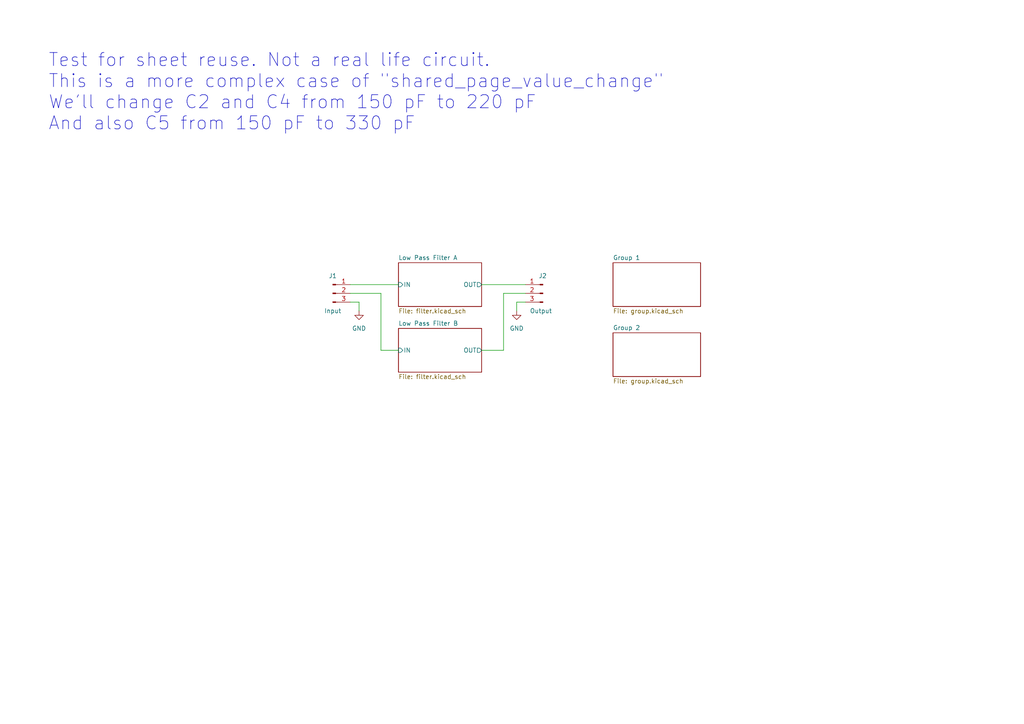
<source format=kicad_sch>
(kicad_sch (version 20250114) (generator "eeschema") (generator_version "9.0")
  (paper "A4")
  (title_block (title "Value change, two filters example") (date "2023-04-25") (rev "A") (company "Instituto Nacional de Tecnología Industrial (INTI)") (comment 1 "KiBot"))
  (lib_symbols
    (symbol "Connector:Conn_01x03_Pin" (pin_names (offset 1.016) (hide yes))
      (property "Reference" "J" (at 0 5.08 0))
      (property "Value" "Conn_01x03_Pin" (at 0 -5.08 0))
      (symbol "Conn_01x03_Pin_1_1"
        (rectangle (start 0.8636 2.667) (end 0 2.413) (stroke (width 0.1524)) (fill (type outline)))
        (rectangle (start 0.8636 0.127) (end 0 -0.127) (stroke (width 0.1524)) (fill (type outline)))
        (rectangle (start 0.8636 -2.413) (end 0 -2.667) (stroke (width 0.1524)) (fill (type outline)))
        (polyline (pts (xy 1.27 2.54) (xy 0.8636 2.54)) (stroke (width 0.1524)))
        (polyline (pts (xy 1.27 0) (xy 0.8636 0)) (stroke (width 0.1524)))
        (polyline (pts (xy 1.27 -2.54) (xy 0.8636 -2.54)) (stroke (width 0.1524)))
        (pin passive line (at 5.08 2.54 180) (length 3.81) (name "Pin_1") (number "1"))
        (pin passive line (at 5.08 0 180) (length 3.81) (name "Pin_2") (number "2"))
        (pin passive line (at 5.08 -2.54 180) (length 3.81) (name "Pin_3") (number "3"))
      )
    )
    (symbol "power:GND" (power) (pin_names (offset 0))
      (property "Value" "GND" (at 0 -3.81 0))
      (symbol "GND_0_1"
        (polyline (pts (xy 0 0) (xy 0 -1.27) (xy 1.27 -1.27) (xy 0 -2.54) (xy -1.27 -1.27) (xy 0 -1.27)))
      )
      (symbol "GND_1_1"
        (pin power_in line (at 0 0 270) (length 0) (hide yes) (name "GND") (number "1"))
      )
    )
  )
  (text "Test for sheet reuse. Not a real life circuit.\nThis is a more complex case of \"shared_page_value_change\"\nWe'll change C2 and C4 from 150 pF to 220 pF\nAnd also C5 from 150 pF to 330 pF" (at 13.97 38.1 0) (effects (font (size 3.8 3.8)) (justify left bottom)))
  (wire (pts (xy 139.7 82.55) (xy 152.4 82.55)))
  (wire (pts (xy 110.49 101.6) (xy 115.57 101.6)))
  (wire (pts (xy 146.05 101.6) (xy 139.7 101.6)))
  (wire (pts (xy 104.14 87.63) (xy 104.14 90.17)))
  (wire (pts (xy 146.05 85.09) (xy 146.05 101.6)))
  (wire (pts (xy 149.86 87.63) (xy 149.86 90.17)))
  (wire (pts (xy 101.6 82.55) (xy 115.57 82.55)))
  (wire (pts (xy 152.4 85.09) (xy 146.05 85.09)))
  (wire (pts (xy 152.4 87.63) (xy 149.86 87.63)))
  (wire (pts (xy 101.6 85.09) (xy 110.49 85.09)))
  (wire (pts (xy 110.49 85.09) (xy 110.49 101.6)))
  (wire (pts (xy 101.6 87.63) (xy 104.14 87.63)))
  (symbol (lib_id "power:GND") (at 149.86 90.17 0) (unit 1)
    (property "Reference" "#PWR03" (effects (hide yes)))
    (property "Value" "GND" (at 149.86 95.25 0))
  )
  (symbol (lib_id "Connector:Conn_01x03_Pin") (at 96.52 85.09 0) (unit 1)
    (property "Reference" "J1" (at 96.52 80.01 0))
    (property "Value" "Input" (at 96.52 90.17 0))
  )
  (symbol (lib_id "Connector:Conn_01x03_Pin") (at 157.48 85.09 0) (mirror y) (unit 1)
    (property "Reference" "J2" (at 156.21 80.01 0) (effects (justify right)))
    (property "Value" "Output" (at 153.67 90.17 0) (effects (justify right)))
  )
  (symbol (lib_id "power:GND") (at 104.14 90.17 0) (unit 1)
    (property "Reference" "#PWR04" (effects (hide yes)))
    (property "Value" "GND" (at 104.14 95.25 0))
  )
  (sheet (at 115.57 76.2) (size 24.13 12.7) (stroke (width 0.1524))
    (property "Sheetname" "Low Pass Filter A" (at 115.57 75.4884 0) (effects (justify left bottom)))
    (property "Sheetfile" "filter.kicad_sch" (at 115.57 89.4846 0) (effects (justify left top)))
    (pin "OUT" output (at 139.7 82.55 0))
    (pin "IN" input (at 115.57 82.55 180))
  )
  (sheet (at 177.8 96.52) (size 25.4 12.7) (stroke (width 0.1524))
    (property "Sheetname" "Group 2" (at 177.8 95.8084 0) (effects (justify left bottom)))
    (property "Sheetfile" "group.kicad_sch" (at 177.8 109.8046 0) (effects (justify left top)))
  )
  (sheet (at 115.57 95.25) (size 24.13 12.7) (stroke (width 0.1524))
    (property "Sheetname" "Low Pass Filter B" (at 115.57 94.5384 0) (effects (justify left bottom)))
    (property "Sheetfile" "filter.kicad_sch" (at 115.57 108.5346 0) (effects (justify left top)))
    (pin "OUT" output (at 139.7 101.6 0))
    (pin "IN" input (at 115.57 101.6 180))
  )
  (sheet (at 177.8 76.2) (size 25.4 12.7) (stroke (width 0.1524))
    (property "Sheetname" "Group 1" (at 177.8 75.4884 0) (effects (justify left bottom)))
    (property "Sheetfile" "group.kicad_sch" (at 177.8 89.4846 0) (effects (justify left top)))
  )
)
</source>
